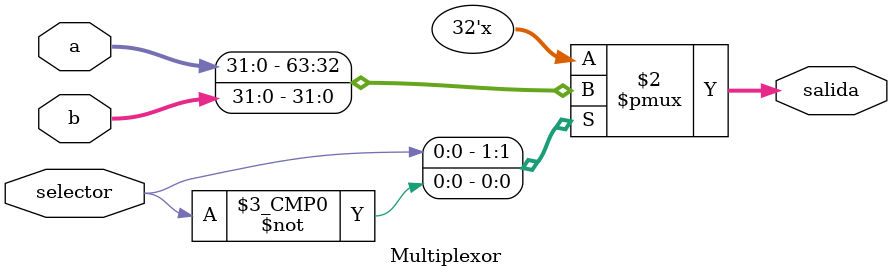
<source format=v>
module Multiplexor( input [31:0]a, input [31:0]b, input selector,
            output reg [31:0] salida );

always @(*) begin

    case(selector)

    1'b1: salida = a;
    1'b0: salida = b;

    endcase

end

endmodule

</source>
